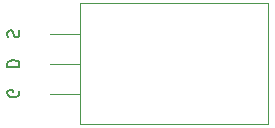
<source format=gbr>
G04 #@! TF.GenerationSoftware,KiCad,Pcbnew,(5.1.7)-1*
G04 #@! TF.CreationDate,2020-11-08T23:09:12+01:00*
G04 #@! TF.ProjectId,Red Power LED Board 50x50,52656420-506f-4776-9572-204c45442042,rev?*
G04 #@! TF.SameCoordinates,Original*
G04 #@! TF.FileFunction,Legend,Bot*
G04 #@! TF.FilePolarity,Positive*
%FSLAX46Y46*%
G04 Gerber Fmt 4.6, Leading zero omitted, Abs format (unit mm)*
G04 Created by KiCad (PCBNEW (5.1.7)-1) date 2020-11-08 23:09:12*
%MOMM*%
%LPD*%
G01*
G04 APERTURE LIST*
%ADD10C,0.120000*%
%ADD11C,0.150000*%
G04 APERTURE END LIST*
D10*
X115690000Y-85720000D02*
X113150000Y-85720000D01*
X115690000Y-88260000D02*
X113150000Y-88260000D01*
X115690000Y-90800000D02*
X113150000Y-90800000D01*
X131580000Y-83140000D02*
X115690000Y-83140000D01*
X131580000Y-93380000D02*
X115690000Y-93380000D01*
X131580000Y-93380000D02*
X131580000Y-83140000D01*
X115690000Y-93380000D02*
X115690000Y-83140000D01*
D11*
X110468000Y-90538095D02*
X110515619Y-90633333D01*
X110515619Y-90776190D01*
X110468000Y-90919047D01*
X110372761Y-91014285D01*
X110277523Y-91061904D01*
X110087047Y-91109523D01*
X109944190Y-91109523D01*
X109753714Y-91061904D01*
X109658476Y-91014285D01*
X109563238Y-90919047D01*
X109515619Y-90776190D01*
X109515619Y-90680952D01*
X109563238Y-90538095D01*
X109610857Y-90490476D01*
X109944190Y-90490476D01*
X109944190Y-90680952D01*
X109515619Y-88521904D02*
X110515619Y-88521904D01*
X110515619Y-88283809D01*
X110468000Y-88140952D01*
X110372761Y-88045714D01*
X110277523Y-87998095D01*
X110087047Y-87950476D01*
X109944190Y-87950476D01*
X109753714Y-87998095D01*
X109658476Y-88045714D01*
X109563238Y-88140952D01*
X109515619Y-88283809D01*
X109515619Y-88521904D01*
X109563238Y-86005714D02*
X109515619Y-85862857D01*
X109515619Y-85624761D01*
X109563238Y-85529523D01*
X109610857Y-85481904D01*
X109706095Y-85434285D01*
X109801333Y-85434285D01*
X109896571Y-85481904D01*
X109944190Y-85529523D01*
X109991809Y-85624761D01*
X110039428Y-85815238D01*
X110087047Y-85910476D01*
X110134666Y-85958095D01*
X110229904Y-86005714D01*
X110325142Y-86005714D01*
X110420380Y-85958095D01*
X110468000Y-85910476D01*
X110515619Y-85815238D01*
X110515619Y-85577142D01*
X110468000Y-85434285D01*
M02*

</source>
